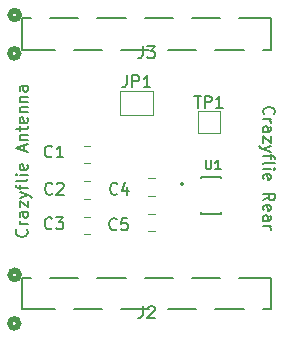
<source format=gto>
%TF.GenerationSoftware,KiCad,Pcbnew,8.0.1*%
%TF.CreationDate,2024-04-01T15:48:33-05:00*%
%TF.ProjectId,adapter_board,61646170-7465-4725-9f62-6f6172642e6b,rev?*%
%TF.SameCoordinates,Original*%
%TF.FileFunction,Legend,Top*%
%TF.FilePolarity,Positive*%
%FSLAX46Y46*%
G04 Gerber Fmt 4.6, Leading zero omitted, Abs format (unit mm)*
G04 Created by KiCad (PCBNEW 8.0.1) date 2024-04-01 15:48:33*
%MOMM*%
%LPD*%
G01*
G04 APERTURE LIST*
%ADD10C,0.150000*%
%ADD11C,0.152400*%
%ADD12C,0.508000*%
%ADD13C,0.127000*%
%ADD14C,0.200000*%
%ADD15C,0.120000*%
G04 APERTURE END LIST*
D10*
X174935419Y-66818207D02*
X174887800Y-66770588D01*
X174887800Y-66770588D02*
X174840180Y-66627731D01*
X174840180Y-66627731D02*
X174840180Y-66532493D01*
X174840180Y-66532493D02*
X174887800Y-66389636D01*
X174887800Y-66389636D02*
X174983038Y-66294398D01*
X174983038Y-66294398D02*
X175078276Y-66246779D01*
X175078276Y-66246779D02*
X175268752Y-66199160D01*
X175268752Y-66199160D02*
X175411609Y-66199160D01*
X175411609Y-66199160D02*
X175602085Y-66246779D01*
X175602085Y-66246779D02*
X175697323Y-66294398D01*
X175697323Y-66294398D02*
X175792561Y-66389636D01*
X175792561Y-66389636D02*
X175840180Y-66532493D01*
X175840180Y-66532493D02*
X175840180Y-66627731D01*
X175840180Y-66627731D02*
X175792561Y-66770588D01*
X175792561Y-66770588D02*
X175744942Y-66818207D01*
X174840180Y-67246779D02*
X175506847Y-67246779D01*
X175316371Y-67246779D02*
X175411609Y-67294398D01*
X175411609Y-67294398D02*
X175459228Y-67342017D01*
X175459228Y-67342017D02*
X175506847Y-67437255D01*
X175506847Y-67437255D02*
X175506847Y-67532493D01*
X174840180Y-68294398D02*
X175363990Y-68294398D01*
X175363990Y-68294398D02*
X175459228Y-68246779D01*
X175459228Y-68246779D02*
X175506847Y-68151541D01*
X175506847Y-68151541D02*
X175506847Y-67961065D01*
X175506847Y-67961065D02*
X175459228Y-67865827D01*
X174887800Y-68294398D02*
X174840180Y-68199160D01*
X174840180Y-68199160D02*
X174840180Y-67961065D01*
X174840180Y-67961065D02*
X174887800Y-67865827D01*
X174887800Y-67865827D02*
X174983038Y-67818208D01*
X174983038Y-67818208D02*
X175078276Y-67818208D01*
X175078276Y-67818208D02*
X175173514Y-67865827D01*
X175173514Y-67865827D02*
X175221133Y-67961065D01*
X175221133Y-67961065D02*
X175221133Y-68199160D01*
X175221133Y-68199160D02*
X175268752Y-68294398D01*
X175506847Y-68675351D02*
X175506847Y-69199160D01*
X175506847Y-69199160D02*
X174840180Y-68675351D01*
X174840180Y-68675351D02*
X174840180Y-69199160D01*
X175506847Y-69484875D02*
X174840180Y-69722970D01*
X175506847Y-69961065D02*
X174840180Y-69722970D01*
X174840180Y-69722970D02*
X174602085Y-69627732D01*
X174602085Y-69627732D02*
X174554466Y-69580113D01*
X174554466Y-69580113D02*
X174506847Y-69484875D01*
X175506847Y-70199161D02*
X175506847Y-70580113D01*
X174840180Y-70342018D02*
X175697323Y-70342018D01*
X175697323Y-70342018D02*
X175792561Y-70389637D01*
X175792561Y-70389637D02*
X175840180Y-70484875D01*
X175840180Y-70484875D02*
X175840180Y-70580113D01*
X174840180Y-71056304D02*
X174887800Y-70961066D01*
X174887800Y-70961066D02*
X174983038Y-70913447D01*
X174983038Y-70913447D02*
X175840180Y-70913447D01*
X174840180Y-71437257D02*
X175506847Y-71437257D01*
X175840180Y-71437257D02*
X175792561Y-71389638D01*
X175792561Y-71389638D02*
X175744942Y-71437257D01*
X175744942Y-71437257D02*
X175792561Y-71484876D01*
X175792561Y-71484876D02*
X175840180Y-71437257D01*
X175840180Y-71437257D02*
X175744942Y-71437257D01*
X174887800Y-72294399D02*
X174840180Y-72199161D01*
X174840180Y-72199161D02*
X174840180Y-72008685D01*
X174840180Y-72008685D02*
X174887800Y-71913447D01*
X174887800Y-71913447D02*
X174983038Y-71865828D01*
X174983038Y-71865828D02*
X175363990Y-71865828D01*
X175363990Y-71865828D02*
X175459228Y-71913447D01*
X175459228Y-71913447D02*
X175506847Y-72008685D01*
X175506847Y-72008685D02*
X175506847Y-72199161D01*
X175506847Y-72199161D02*
X175459228Y-72294399D01*
X175459228Y-72294399D02*
X175363990Y-72342018D01*
X175363990Y-72342018D02*
X175268752Y-72342018D01*
X175268752Y-72342018D02*
X175173514Y-71865828D01*
X174840180Y-74103923D02*
X175316371Y-73770590D01*
X174840180Y-73532495D02*
X175840180Y-73532495D01*
X175840180Y-73532495D02*
X175840180Y-73913447D01*
X175840180Y-73913447D02*
X175792561Y-74008685D01*
X175792561Y-74008685D02*
X175744942Y-74056304D01*
X175744942Y-74056304D02*
X175649704Y-74103923D01*
X175649704Y-74103923D02*
X175506847Y-74103923D01*
X175506847Y-74103923D02*
X175411609Y-74056304D01*
X175411609Y-74056304D02*
X175363990Y-74008685D01*
X175363990Y-74008685D02*
X175316371Y-73913447D01*
X175316371Y-73913447D02*
X175316371Y-73532495D01*
X174887800Y-74913447D02*
X174840180Y-74818209D01*
X174840180Y-74818209D02*
X174840180Y-74627733D01*
X174840180Y-74627733D02*
X174887800Y-74532495D01*
X174887800Y-74532495D02*
X174983038Y-74484876D01*
X174983038Y-74484876D02*
X175363990Y-74484876D01*
X175363990Y-74484876D02*
X175459228Y-74532495D01*
X175459228Y-74532495D02*
X175506847Y-74627733D01*
X175506847Y-74627733D02*
X175506847Y-74818209D01*
X175506847Y-74818209D02*
X175459228Y-74913447D01*
X175459228Y-74913447D02*
X175363990Y-74961066D01*
X175363990Y-74961066D02*
X175268752Y-74961066D01*
X175268752Y-74961066D02*
X175173514Y-74484876D01*
X174840180Y-75818209D02*
X175363990Y-75818209D01*
X175363990Y-75818209D02*
X175459228Y-75770590D01*
X175459228Y-75770590D02*
X175506847Y-75675352D01*
X175506847Y-75675352D02*
X175506847Y-75484876D01*
X175506847Y-75484876D02*
X175459228Y-75389638D01*
X174887800Y-75818209D02*
X174840180Y-75722971D01*
X174840180Y-75722971D02*
X174840180Y-75484876D01*
X174840180Y-75484876D02*
X174887800Y-75389638D01*
X174887800Y-75389638D02*
X174983038Y-75342019D01*
X174983038Y-75342019D02*
X175078276Y-75342019D01*
X175078276Y-75342019D02*
X175173514Y-75389638D01*
X175173514Y-75389638D02*
X175221133Y-75484876D01*
X175221133Y-75484876D02*
X175221133Y-75722971D01*
X175221133Y-75722971D02*
X175268752Y-75818209D01*
X174840180Y-76294400D02*
X175506847Y-76294400D01*
X175316371Y-76294400D02*
X175411609Y-76342019D01*
X175411609Y-76342019D02*
X175459228Y-76389638D01*
X175459228Y-76389638D02*
X175506847Y-76484876D01*
X175506847Y-76484876D02*
X175506847Y-76580114D01*
X154814580Y-76551792D02*
X154862200Y-76599411D01*
X154862200Y-76599411D02*
X154909819Y-76742268D01*
X154909819Y-76742268D02*
X154909819Y-76837506D01*
X154909819Y-76837506D02*
X154862200Y-76980363D01*
X154862200Y-76980363D02*
X154766961Y-77075601D01*
X154766961Y-77075601D02*
X154671723Y-77123220D01*
X154671723Y-77123220D02*
X154481247Y-77170839D01*
X154481247Y-77170839D02*
X154338390Y-77170839D01*
X154338390Y-77170839D02*
X154147914Y-77123220D01*
X154147914Y-77123220D02*
X154052676Y-77075601D01*
X154052676Y-77075601D02*
X153957438Y-76980363D01*
X153957438Y-76980363D02*
X153909819Y-76837506D01*
X153909819Y-76837506D02*
X153909819Y-76742268D01*
X153909819Y-76742268D02*
X153957438Y-76599411D01*
X153957438Y-76599411D02*
X154005057Y-76551792D01*
X154909819Y-76123220D02*
X154243152Y-76123220D01*
X154433628Y-76123220D02*
X154338390Y-76075601D01*
X154338390Y-76075601D02*
X154290771Y-76027982D01*
X154290771Y-76027982D02*
X154243152Y-75932744D01*
X154243152Y-75932744D02*
X154243152Y-75837506D01*
X154909819Y-75075601D02*
X154386009Y-75075601D01*
X154386009Y-75075601D02*
X154290771Y-75123220D01*
X154290771Y-75123220D02*
X154243152Y-75218458D01*
X154243152Y-75218458D02*
X154243152Y-75408934D01*
X154243152Y-75408934D02*
X154290771Y-75504172D01*
X154862200Y-75075601D02*
X154909819Y-75170839D01*
X154909819Y-75170839D02*
X154909819Y-75408934D01*
X154909819Y-75408934D02*
X154862200Y-75504172D01*
X154862200Y-75504172D02*
X154766961Y-75551791D01*
X154766961Y-75551791D02*
X154671723Y-75551791D01*
X154671723Y-75551791D02*
X154576485Y-75504172D01*
X154576485Y-75504172D02*
X154528866Y-75408934D01*
X154528866Y-75408934D02*
X154528866Y-75170839D01*
X154528866Y-75170839D02*
X154481247Y-75075601D01*
X154243152Y-74694648D02*
X154243152Y-74170839D01*
X154243152Y-74170839D02*
X154909819Y-74694648D01*
X154909819Y-74694648D02*
X154909819Y-74170839D01*
X154243152Y-73885124D02*
X154909819Y-73647029D01*
X154243152Y-73408934D02*
X154909819Y-73647029D01*
X154909819Y-73647029D02*
X155147914Y-73742267D01*
X155147914Y-73742267D02*
X155195533Y-73789886D01*
X155195533Y-73789886D02*
X155243152Y-73885124D01*
X154243152Y-73170838D02*
X154243152Y-72789886D01*
X154909819Y-73027981D02*
X154052676Y-73027981D01*
X154052676Y-73027981D02*
X153957438Y-72980362D01*
X153957438Y-72980362D02*
X153909819Y-72885124D01*
X153909819Y-72885124D02*
X153909819Y-72789886D01*
X154909819Y-72313695D02*
X154862200Y-72408933D01*
X154862200Y-72408933D02*
X154766961Y-72456552D01*
X154766961Y-72456552D02*
X153909819Y-72456552D01*
X154909819Y-71932742D02*
X154243152Y-71932742D01*
X153909819Y-71932742D02*
X153957438Y-71980361D01*
X153957438Y-71980361D02*
X154005057Y-71932742D01*
X154005057Y-71932742D02*
X153957438Y-71885123D01*
X153957438Y-71885123D02*
X153909819Y-71932742D01*
X153909819Y-71932742D02*
X154005057Y-71932742D01*
X154862200Y-71075600D02*
X154909819Y-71170838D01*
X154909819Y-71170838D02*
X154909819Y-71361314D01*
X154909819Y-71361314D02*
X154862200Y-71456552D01*
X154862200Y-71456552D02*
X154766961Y-71504171D01*
X154766961Y-71504171D02*
X154386009Y-71504171D01*
X154386009Y-71504171D02*
X154290771Y-71456552D01*
X154290771Y-71456552D02*
X154243152Y-71361314D01*
X154243152Y-71361314D02*
X154243152Y-71170838D01*
X154243152Y-71170838D02*
X154290771Y-71075600D01*
X154290771Y-71075600D02*
X154386009Y-71027981D01*
X154386009Y-71027981D02*
X154481247Y-71027981D01*
X154481247Y-71027981D02*
X154576485Y-71504171D01*
X154624104Y-69885123D02*
X154624104Y-69408933D01*
X154909819Y-69980361D02*
X153909819Y-69647028D01*
X153909819Y-69647028D02*
X154909819Y-69313695D01*
X154243152Y-68980361D02*
X154909819Y-68980361D01*
X154338390Y-68980361D02*
X154290771Y-68932742D01*
X154290771Y-68932742D02*
X154243152Y-68837504D01*
X154243152Y-68837504D02*
X154243152Y-68694647D01*
X154243152Y-68694647D02*
X154290771Y-68599409D01*
X154290771Y-68599409D02*
X154386009Y-68551790D01*
X154386009Y-68551790D02*
X154909819Y-68551790D01*
X154243152Y-68218456D02*
X154243152Y-67837504D01*
X153909819Y-68075599D02*
X154766961Y-68075599D01*
X154766961Y-68075599D02*
X154862200Y-68027980D01*
X154862200Y-68027980D02*
X154909819Y-67932742D01*
X154909819Y-67932742D02*
X154909819Y-67837504D01*
X154862200Y-67123218D02*
X154909819Y-67218456D01*
X154909819Y-67218456D02*
X154909819Y-67408932D01*
X154909819Y-67408932D02*
X154862200Y-67504170D01*
X154862200Y-67504170D02*
X154766961Y-67551789D01*
X154766961Y-67551789D02*
X154386009Y-67551789D01*
X154386009Y-67551789D02*
X154290771Y-67504170D01*
X154290771Y-67504170D02*
X154243152Y-67408932D01*
X154243152Y-67408932D02*
X154243152Y-67218456D01*
X154243152Y-67218456D02*
X154290771Y-67123218D01*
X154290771Y-67123218D02*
X154386009Y-67075599D01*
X154386009Y-67075599D02*
X154481247Y-67075599D01*
X154481247Y-67075599D02*
X154576485Y-67551789D01*
X154243152Y-66647027D02*
X154909819Y-66647027D01*
X154338390Y-66647027D02*
X154290771Y-66599408D01*
X154290771Y-66599408D02*
X154243152Y-66504170D01*
X154243152Y-66504170D02*
X154243152Y-66361313D01*
X154243152Y-66361313D02*
X154290771Y-66266075D01*
X154290771Y-66266075D02*
X154386009Y-66218456D01*
X154386009Y-66218456D02*
X154909819Y-66218456D01*
X154243152Y-65742265D02*
X154909819Y-65742265D01*
X154338390Y-65742265D02*
X154290771Y-65694646D01*
X154290771Y-65694646D02*
X154243152Y-65599408D01*
X154243152Y-65599408D02*
X154243152Y-65456551D01*
X154243152Y-65456551D02*
X154290771Y-65361313D01*
X154290771Y-65361313D02*
X154386009Y-65313694D01*
X154386009Y-65313694D02*
X154909819Y-65313694D01*
X154909819Y-64408932D02*
X154386009Y-64408932D01*
X154386009Y-64408932D02*
X154290771Y-64456551D01*
X154290771Y-64456551D02*
X154243152Y-64551789D01*
X154243152Y-64551789D02*
X154243152Y-64742265D01*
X154243152Y-64742265D02*
X154290771Y-64837503D01*
X154862200Y-64408932D02*
X154909819Y-64504170D01*
X154909819Y-64504170D02*
X154909819Y-64742265D01*
X154909819Y-64742265D02*
X154862200Y-64837503D01*
X154862200Y-64837503D02*
X154766961Y-64885122D01*
X154766961Y-64885122D02*
X154671723Y-64885122D01*
X154671723Y-64885122D02*
X154576485Y-64837503D01*
X154576485Y-64837503D02*
X154528866Y-64742265D01*
X154528866Y-64742265D02*
X154528866Y-64504170D01*
X154528866Y-64504170D02*
X154481247Y-64408932D01*
X164666666Y-61054765D02*
X164666666Y-61769050D01*
X164666666Y-61769050D02*
X164619047Y-61911907D01*
X164619047Y-61911907D02*
X164523809Y-62007146D01*
X164523809Y-62007146D02*
X164380952Y-62054765D01*
X164380952Y-62054765D02*
X164285714Y-62054765D01*
X165047619Y-61054765D02*
X165666666Y-61054765D01*
X165666666Y-61054765D02*
X165333333Y-61435717D01*
X165333333Y-61435717D02*
X165476190Y-61435717D01*
X165476190Y-61435717D02*
X165571428Y-61483336D01*
X165571428Y-61483336D02*
X165619047Y-61530955D01*
X165619047Y-61530955D02*
X165666666Y-61626193D01*
X165666666Y-61626193D02*
X165666666Y-61864288D01*
X165666666Y-61864288D02*
X165619047Y-61959526D01*
X165619047Y-61959526D02*
X165571428Y-62007146D01*
X165571428Y-62007146D02*
X165476190Y-62054765D01*
X165476190Y-62054765D02*
X165190476Y-62054765D01*
X165190476Y-62054765D02*
X165095238Y-62007146D01*
X165095238Y-62007146D02*
X165047619Y-61959526D01*
X169978472Y-70660882D02*
X169978472Y-71310630D01*
X169978472Y-71310630D02*
X170016692Y-71387071D01*
X170016692Y-71387071D02*
X170054913Y-71425292D01*
X170054913Y-71425292D02*
X170131354Y-71463512D01*
X170131354Y-71463512D02*
X170284236Y-71463512D01*
X170284236Y-71463512D02*
X170360677Y-71425292D01*
X170360677Y-71425292D02*
X170398897Y-71387071D01*
X170398897Y-71387071D02*
X170437118Y-71310630D01*
X170437118Y-71310630D02*
X170437118Y-70660882D01*
X171239747Y-71463512D02*
X170781101Y-71463512D01*
X171010424Y-71463512D02*
X171010424Y-70660882D01*
X171010424Y-70660882D02*
X170933983Y-70775543D01*
X170933983Y-70775543D02*
X170857542Y-70851984D01*
X170857542Y-70851984D02*
X170781101Y-70890205D01*
X164666666Y-83054765D02*
X164666666Y-83769050D01*
X164666666Y-83769050D02*
X164619047Y-83911907D01*
X164619047Y-83911907D02*
X164523809Y-84007146D01*
X164523809Y-84007146D02*
X164380952Y-84054765D01*
X164380952Y-84054765D02*
X164285714Y-84054765D01*
X165095238Y-83150003D02*
X165142857Y-83102384D01*
X165142857Y-83102384D02*
X165238095Y-83054765D01*
X165238095Y-83054765D02*
X165476190Y-83054765D01*
X165476190Y-83054765D02*
X165571428Y-83102384D01*
X165571428Y-83102384D02*
X165619047Y-83150003D01*
X165619047Y-83150003D02*
X165666666Y-83245241D01*
X165666666Y-83245241D02*
X165666666Y-83340479D01*
X165666666Y-83340479D02*
X165619047Y-83483336D01*
X165619047Y-83483336D02*
X165047619Y-84054765D01*
X165047619Y-84054765D02*
X165666666Y-84054765D01*
X156973333Y-76439580D02*
X156925714Y-76487200D01*
X156925714Y-76487200D02*
X156782857Y-76534819D01*
X156782857Y-76534819D02*
X156687619Y-76534819D01*
X156687619Y-76534819D02*
X156544762Y-76487200D01*
X156544762Y-76487200D02*
X156449524Y-76391961D01*
X156449524Y-76391961D02*
X156401905Y-76296723D01*
X156401905Y-76296723D02*
X156354286Y-76106247D01*
X156354286Y-76106247D02*
X156354286Y-75963390D01*
X156354286Y-75963390D02*
X156401905Y-75772914D01*
X156401905Y-75772914D02*
X156449524Y-75677676D01*
X156449524Y-75677676D02*
X156544762Y-75582438D01*
X156544762Y-75582438D02*
X156687619Y-75534819D01*
X156687619Y-75534819D02*
X156782857Y-75534819D01*
X156782857Y-75534819D02*
X156925714Y-75582438D01*
X156925714Y-75582438D02*
X156973333Y-75630057D01*
X157306667Y-75534819D02*
X157925714Y-75534819D01*
X157925714Y-75534819D02*
X157592381Y-75915771D01*
X157592381Y-75915771D02*
X157735238Y-75915771D01*
X157735238Y-75915771D02*
X157830476Y-75963390D01*
X157830476Y-75963390D02*
X157878095Y-76011009D01*
X157878095Y-76011009D02*
X157925714Y-76106247D01*
X157925714Y-76106247D02*
X157925714Y-76344342D01*
X157925714Y-76344342D02*
X157878095Y-76439580D01*
X157878095Y-76439580D02*
X157830476Y-76487200D01*
X157830476Y-76487200D02*
X157735238Y-76534819D01*
X157735238Y-76534819D02*
X157449524Y-76534819D01*
X157449524Y-76534819D02*
X157354286Y-76487200D01*
X157354286Y-76487200D02*
X157306667Y-76439580D01*
X157003333Y-73509580D02*
X156955714Y-73557200D01*
X156955714Y-73557200D02*
X156812857Y-73604819D01*
X156812857Y-73604819D02*
X156717619Y-73604819D01*
X156717619Y-73604819D02*
X156574762Y-73557200D01*
X156574762Y-73557200D02*
X156479524Y-73461961D01*
X156479524Y-73461961D02*
X156431905Y-73366723D01*
X156431905Y-73366723D02*
X156384286Y-73176247D01*
X156384286Y-73176247D02*
X156384286Y-73033390D01*
X156384286Y-73033390D02*
X156431905Y-72842914D01*
X156431905Y-72842914D02*
X156479524Y-72747676D01*
X156479524Y-72747676D02*
X156574762Y-72652438D01*
X156574762Y-72652438D02*
X156717619Y-72604819D01*
X156717619Y-72604819D02*
X156812857Y-72604819D01*
X156812857Y-72604819D02*
X156955714Y-72652438D01*
X156955714Y-72652438D02*
X157003333Y-72700057D01*
X157384286Y-72700057D02*
X157431905Y-72652438D01*
X157431905Y-72652438D02*
X157527143Y-72604819D01*
X157527143Y-72604819D02*
X157765238Y-72604819D01*
X157765238Y-72604819D02*
X157860476Y-72652438D01*
X157860476Y-72652438D02*
X157908095Y-72700057D01*
X157908095Y-72700057D02*
X157955714Y-72795295D01*
X157955714Y-72795295D02*
X157955714Y-72890533D01*
X157955714Y-72890533D02*
X157908095Y-73033390D01*
X157908095Y-73033390D02*
X157336667Y-73604819D01*
X157336667Y-73604819D02*
X157955714Y-73604819D01*
X162495833Y-73519580D02*
X162448214Y-73567200D01*
X162448214Y-73567200D02*
X162305357Y-73614819D01*
X162305357Y-73614819D02*
X162210119Y-73614819D01*
X162210119Y-73614819D02*
X162067262Y-73567200D01*
X162067262Y-73567200D02*
X161972024Y-73471961D01*
X161972024Y-73471961D02*
X161924405Y-73376723D01*
X161924405Y-73376723D02*
X161876786Y-73186247D01*
X161876786Y-73186247D02*
X161876786Y-73043390D01*
X161876786Y-73043390D02*
X161924405Y-72852914D01*
X161924405Y-72852914D02*
X161972024Y-72757676D01*
X161972024Y-72757676D02*
X162067262Y-72662438D01*
X162067262Y-72662438D02*
X162210119Y-72614819D01*
X162210119Y-72614819D02*
X162305357Y-72614819D01*
X162305357Y-72614819D02*
X162448214Y-72662438D01*
X162448214Y-72662438D02*
X162495833Y-72710057D01*
X163352976Y-72948152D02*
X163352976Y-73614819D01*
X163114881Y-72567200D02*
X162876786Y-73281485D01*
X162876786Y-73281485D02*
X163495833Y-73281485D01*
X169008095Y-65266819D02*
X169579523Y-65266819D01*
X169293809Y-66266819D02*
X169293809Y-65266819D01*
X169912857Y-66266819D02*
X169912857Y-65266819D01*
X169912857Y-65266819D02*
X170293809Y-65266819D01*
X170293809Y-65266819D02*
X170389047Y-65314438D01*
X170389047Y-65314438D02*
X170436666Y-65362057D01*
X170436666Y-65362057D02*
X170484285Y-65457295D01*
X170484285Y-65457295D02*
X170484285Y-65600152D01*
X170484285Y-65600152D02*
X170436666Y-65695390D01*
X170436666Y-65695390D02*
X170389047Y-65743009D01*
X170389047Y-65743009D02*
X170293809Y-65790628D01*
X170293809Y-65790628D02*
X169912857Y-65790628D01*
X171436666Y-66266819D02*
X170865238Y-66266819D01*
X171150952Y-66266819D02*
X171150952Y-65266819D01*
X171150952Y-65266819D02*
X171055714Y-65409676D01*
X171055714Y-65409676D02*
X170960476Y-65504914D01*
X170960476Y-65504914D02*
X170865238Y-65552533D01*
X162445833Y-76519580D02*
X162398214Y-76567200D01*
X162398214Y-76567200D02*
X162255357Y-76614819D01*
X162255357Y-76614819D02*
X162160119Y-76614819D01*
X162160119Y-76614819D02*
X162017262Y-76567200D01*
X162017262Y-76567200D02*
X161922024Y-76471961D01*
X161922024Y-76471961D02*
X161874405Y-76376723D01*
X161874405Y-76376723D02*
X161826786Y-76186247D01*
X161826786Y-76186247D02*
X161826786Y-76043390D01*
X161826786Y-76043390D02*
X161874405Y-75852914D01*
X161874405Y-75852914D02*
X161922024Y-75757676D01*
X161922024Y-75757676D02*
X162017262Y-75662438D01*
X162017262Y-75662438D02*
X162160119Y-75614819D01*
X162160119Y-75614819D02*
X162255357Y-75614819D01*
X162255357Y-75614819D02*
X162398214Y-75662438D01*
X162398214Y-75662438D02*
X162445833Y-75710057D01*
X163350595Y-75614819D02*
X162874405Y-75614819D01*
X162874405Y-75614819D02*
X162826786Y-76091009D01*
X162826786Y-76091009D02*
X162874405Y-76043390D01*
X162874405Y-76043390D02*
X162969643Y-75995771D01*
X162969643Y-75995771D02*
X163207738Y-75995771D01*
X163207738Y-75995771D02*
X163302976Y-76043390D01*
X163302976Y-76043390D02*
X163350595Y-76091009D01*
X163350595Y-76091009D02*
X163398214Y-76186247D01*
X163398214Y-76186247D02*
X163398214Y-76424342D01*
X163398214Y-76424342D02*
X163350595Y-76519580D01*
X163350595Y-76519580D02*
X163302976Y-76567200D01*
X163302976Y-76567200D02*
X163207738Y-76614819D01*
X163207738Y-76614819D02*
X162969643Y-76614819D01*
X162969643Y-76614819D02*
X162874405Y-76567200D01*
X162874405Y-76567200D02*
X162826786Y-76519580D01*
X163301666Y-63504819D02*
X163301666Y-64219104D01*
X163301666Y-64219104D02*
X163254047Y-64361961D01*
X163254047Y-64361961D02*
X163158809Y-64457200D01*
X163158809Y-64457200D02*
X163015952Y-64504819D01*
X163015952Y-64504819D02*
X162920714Y-64504819D01*
X163777857Y-64504819D02*
X163777857Y-63504819D01*
X163777857Y-63504819D02*
X164158809Y-63504819D01*
X164158809Y-63504819D02*
X164254047Y-63552438D01*
X164254047Y-63552438D02*
X164301666Y-63600057D01*
X164301666Y-63600057D02*
X164349285Y-63695295D01*
X164349285Y-63695295D02*
X164349285Y-63838152D01*
X164349285Y-63838152D02*
X164301666Y-63933390D01*
X164301666Y-63933390D02*
X164254047Y-63981009D01*
X164254047Y-63981009D02*
X164158809Y-64028628D01*
X164158809Y-64028628D02*
X163777857Y-64028628D01*
X165301666Y-64504819D02*
X164730238Y-64504819D01*
X165015952Y-64504819D02*
X165015952Y-63504819D01*
X165015952Y-63504819D02*
X164920714Y-63647676D01*
X164920714Y-63647676D02*
X164825476Y-63742914D01*
X164825476Y-63742914D02*
X164730238Y-63790533D01*
X156973333Y-70359580D02*
X156925714Y-70407200D01*
X156925714Y-70407200D02*
X156782857Y-70454819D01*
X156782857Y-70454819D02*
X156687619Y-70454819D01*
X156687619Y-70454819D02*
X156544762Y-70407200D01*
X156544762Y-70407200D02*
X156449524Y-70311961D01*
X156449524Y-70311961D02*
X156401905Y-70216723D01*
X156401905Y-70216723D02*
X156354286Y-70026247D01*
X156354286Y-70026247D02*
X156354286Y-69883390D01*
X156354286Y-69883390D02*
X156401905Y-69692914D01*
X156401905Y-69692914D02*
X156449524Y-69597676D01*
X156449524Y-69597676D02*
X156544762Y-69502438D01*
X156544762Y-69502438D02*
X156687619Y-69454819D01*
X156687619Y-69454819D02*
X156782857Y-69454819D01*
X156782857Y-69454819D02*
X156925714Y-69502438D01*
X156925714Y-69502438D02*
X156973333Y-69550057D01*
X157925714Y-70454819D02*
X157354286Y-70454819D01*
X157640000Y-70454819D02*
X157640000Y-69454819D01*
X157640000Y-69454819D02*
X157544762Y-69597676D01*
X157544762Y-69597676D02*
X157449524Y-69692914D01*
X157449524Y-69692914D02*
X157354286Y-69740533D01*
D11*
%TO.C,J3*%
X154446300Y-58679200D02*
X154446300Y-61320800D01*
X154446300Y-61320800D02*
X157197359Y-61320800D01*
X155197360Y-58679200D02*
X154446300Y-58679200D01*
X158802639Y-61320800D02*
X161197361Y-61320800D01*
X159197360Y-58679200D02*
X156802640Y-58679200D01*
X162802641Y-61320800D02*
X165197361Y-61320800D01*
X163197359Y-58679200D02*
X160802640Y-58679200D01*
X166802641Y-61320800D02*
X169197360Y-61320800D01*
X167197359Y-58679200D02*
X164802639Y-58679200D01*
X170802640Y-61320800D02*
X173197360Y-61320800D01*
X171197359Y-58679200D02*
X168802639Y-58679200D01*
X174802640Y-61320800D02*
X175553700Y-61320800D01*
X175553700Y-58679200D02*
X172802639Y-58679200D01*
X175553700Y-61320800D02*
X175553700Y-58679200D01*
D12*
X154192300Y-58399945D02*
G75*
G02*
X153430300Y-58399945I-381000J0D01*
G01*
X153430300Y-58399945D02*
G75*
G02*
X154192300Y-58399945I381000J0D01*
G01*
D13*
%TO.C,U1*%
X169585000Y-72110000D02*
X169585000Y-72210000D01*
X169585000Y-75210000D02*
X169585000Y-75110000D01*
X171285000Y-72110000D02*
X169585000Y-72110000D01*
X171285000Y-72110000D02*
X171285000Y-72210000D01*
X171285000Y-75210000D02*
X169585000Y-75210000D01*
X171285000Y-75210000D02*
X171285000Y-75110000D01*
D14*
X168066000Y-72710000D02*
G75*
G02*
X167866000Y-72710000I-100000J0D01*
G01*
X167866000Y-72710000D02*
G75*
G02*
X168066000Y-72710000I100000J0D01*
G01*
D11*
%TO.C,J2*%
X154446300Y-80679200D02*
X154446300Y-83320800D01*
X154446300Y-83320800D02*
X157197359Y-83320800D01*
X155197360Y-80679200D02*
X154446300Y-80679200D01*
X158802639Y-83320800D02*
X161197361Y-83320800D01*
X159197360Y-80679200D02*
X156802640Y-80679200D01*
X162802641Y-83320800D02*
X165197361Y-83320800D01*
X163197359Y-80679200D02*
X160802640Y-80679200D01*
X166802641Y-83320800D02*
X169197360Y-83320800D01*
X167197359Y-80679200D02*
X164802639Y-80679200D01*
X170802640Y-83320800D02*
X173197360Y-83320800D01*
X171197359Y-80679200D02*
X168802639Y-80679200D01*
X174802640Y-83320800D02*
X175553700Y-83320800D01*
X175553700Y-80679200D02*
X172802639Y-80679200D01*
X175553700Y-83320800D02*
X175553700Y-80679200D01*
D12*
X154192300Y-80399945D02*
G75*
G02*
X153430300Y-80399945I-381000J0D01*
G01*
X153430300Y-80399945D02*
G75*
G02*
X154192300Y-80399945I381000J0D01*
G01*
D15*
%TO.C,C3*%
X159671248Y-75495000D02*
X160193752Y-75495000D01*
X159671248Y-76965000D02*
X160193752Y-76965000D01*
%TO.C,C2*%
X159671248Y-72485000D02*
X160193752Y-72485000D01*
X159671248Y-73955000D02*
X160193752Y-73955000D01*
%TO.C,C4*%
X165131248Y-72215000D02*
X165653752Y-72215000D01*
X165131248Y-73685000D02*
X165653752Y-73685000D01*
%TO.C,TP1*%
X169320000Y-66510000D02*
X171220000Y-66510000D01*
X169320000Y-68410000D02*
X169320000Y-66510000D01*
X171220000Y-66510000D02*
X171220000Y-68410000D01*
X171220000Y-68410000D02*
X169320000Y-68410000D01*
%TO.C,C5*%
X165131248Y-75225000D02*
X165653752Y-75225000D01*
X165131248Y-76695000D02*
X165653752Y-76695000D01*
%TO.C,JP1*%
X162735000Y-64850000D02*
X165535000Y-64850000D01*
X162735000Y-66850000D02*
X162735000Y-64850000D01*
X165535000Y-64850000D02*
X165535000Y-66850000D01*
X165535000Y-66850000D02*
X162735000Y-66850000D01*
%TO.C,C1*%
X159671248Y-69475000D02*
X160193752Y-69475000D01*
X159671248Y-70945000D02*
X160193752Y-70945000D01*
D12*
%TO.C,J1*%
X154154200Y-84511000D02*
G75*
G02*
X153392200Y-84511000I-381000J0D01*
G01*
X153392200Y-84511000D02*
G75*
G02*
X154154200Y-84511000I381000J0D01*
G01*
%TO.C,J4*%
X154154200Y-61651000D02*
G75*
G02*
X153392200Y-61651000I-381000J0D01*
G01*
X153392200Y-61651000D02*
G75*
G02*
X154154200Y-61651000I381000J0D01*
G01*
%TD*%
M02*

</source>
